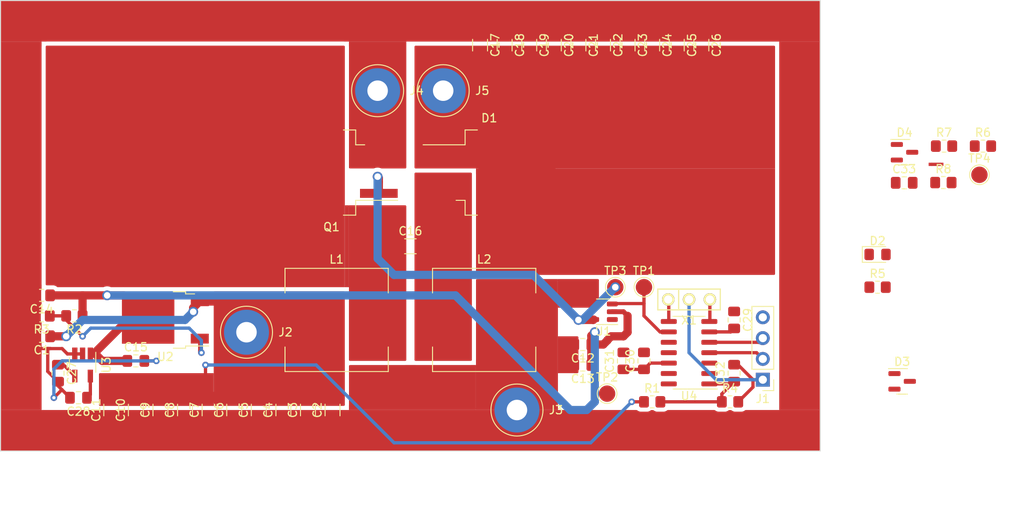
<source format=kicad_pcb>
(kicad_pcb (version 20220417) (generator pcbnew)
  (layers (0 "F.Cu" signal) (31 "B.Cu" signal) (34 "B.Paste" user) (35 "F.Paste" user) (36 "B.SilkS" user "B.Silkscreen") (37 "F.SilkS" user "F.Silkscreen") (38 "B.Mask" user) (39 "F.Mask" user) (44 "Edge.Cuts" user))
  (net 0 "")
  (net 1 "/SWITCH_PATH1")
  (net 2 "GND")
  (net 3 "+12V")
  (net 4 "Net-(U3-BP)")
  (net 5 "+3V3")
  (net 6 "Net-(U4-PA28/~{RST})")
  (net 7 "Net-(D2-A)")
  (net 8 "/V_IN_SCALE")
  (net 9 "/V_OUT_SCALE")
  (net 10 "/SWITCH_PATH2")
  (net 11 "/TELEMETRY_1")
  (net 12 "Net-(U2-ADJ)")
  (net 13 "/LED")
  (net 14 "/GATE")
  (net 17 "Net-(U4-PA30/SWCLK)")
  (net 18 "Net-(U4-PA31/SWDIO)")
  (net 20 "/TELEMETRY_2")
  (net 21 "/V_IN_FULL")
  (net 22 "/PWR_IN")
  (net 23 "/PWR_GND")
  (net 24 "/PWR_OUT")
  (net 25 "/V_OUT_FULL")
  (net 26 "/PWR_PATH1")
  (net 27 "/PWR_PATH2")
  (net 29 "Net-(R6-Pad2)")
  (footprint "Capacitor_SMD:C_0805_2012Metric_Pad1.18x1.45mm_HandSolder" (layer "F.Cu") (at 188.5 134 90)
    (fp_text reference "C30" (at 0 -1.68 90) (layer "F.SilkS"))
    (fp_text value "100n")
    (pad "1" smd roundrect (at -1.0375 0 90) (size 1.175 1.45) (layers "F.Cu" "F.Paste" "F.Mask") (roundrect_rratio 0.212766) (net 5 "+3V3"))
    (pad "2" smd roundrect (at 1.0375 0 90) (size 1.175 1.45) (layers "F.Cu" "F.Paste" "F.Mask") (roundrect_rratio 0.212766) (net 2 "GND"))
  )
  (footprint "Capacitor_SMD:C_1206_3216Metric_Pad1.33x1.80mm_HandSolder" (layer "F.Cu") (at 126.5 140 90)
    (fp_text reference "C10" (at 0 -1.85 90) (layer "F.SilkS"))
    (fp_text value "10u/50V")
    (pad "1" smd roundrect (at -1.5625 0 90) (size 1.325 1.8) (layers "F.Cu" "F.Paste" "F.Mask") (roundrect_rratio 0.188679) (net 23 "/PWR_GND"))
    (pad "2" smd roundrect (at 1.5625 0 90) (size 1.325 1.8) (layers "F.Cu" "F.Paste" "F.Mask") (roundrect_rratio 0.188679) (net 22 "/PWR_IN"))
  )
  (footprint "optimizer:NetTie 0.4 mm" (layer "F.Cu") (at 115.25 132.5 180)
    (fp_text reference "NT2" hide)
    (fp_text value "NetTie_2" hide)
    (fp_line (start -0.5 0) (end 0.5 0) (stroke (width 0.4)) (layer "F.Cu"))
    (pad "1" smd rect (at -0.7 0 180) (size 0.4 0.4) (layers "F.Cu") (net 2 "GND"))
    (pad "2" smd rect (at 0.7 0 180) (size 0.4 0.4) (layers "F.Cu") (net 23 "/PWR_GND"))
  )
  (footprint "Capacitor_SMD:C_1206_3216Metric_Pad1.33x1.80mm_HandSolder" (layer "F.Cu") (at 171.5 95.4375 -90)
    (fp_text reference "C18" (at 0 -1.85 -90) (layer "F.SilkS"))
    (fp_text value "10u/50V")
    (pad "1" smd roundrect (at -1.5625 0 270) (size 1.325 1.8) (layers "F.Cu" "F.Paste" "F.Mask") (roundrect_rratio 0.188679) (net 23 "/PWR_GND"))
    (pad "2" smd roundrect (at 1.5625 0 270) (size 1.325 1.8) (layers "F.Cu" "F.Paste" "F.Mask") (roundrect_rratio 0.188679) (net 24 "/PWR_OUT"))
  )
  (footprint "Resistor_SMD:R_0805_2012Metric_Pad1.20x1.40mm_HandSolder" (layer "F.Cu") (at 115 128.5 180)
    (fp_text reference "R3" (at 0 -1.65 180) (layer "F.SilkS"))
    (fp_text value "2k26")
    (pad "1" smd roundrect (at -1 0 180) (size 1.2 1.4) (layers "F.Cu" "F.Paste" "F.Mask") (roundrect_rratio 0.208333) (net 12 "Net-(U2-ADJ)"))
    (pad "2" smd roundrect (at 1 0 180) (size 1.2 1.4) (layers "F.Cu" "F.Paste" "F.Mask") (roundrect_rratio 0.208333) (net 23 "/PWR_GND"))
  )
  (footprint "Resistor_SMD:R_0805_2012Metric_Pad1.20x1.40mm_HandSolder" (layer "F.Cu") (at 229.86 107.77)
    (fp_text reference "R6" (at 0 -1.65) (layer "F.SilkS"))
    (fp_text value "4k5")
    (pad "1" smd roundrect (at -1 0) (size 1.2 1.4) (layers "F.Cu" "F.Paste" "F.Mask") (roundrect_rratio 0.208333) (net 25 "/V_OUT_FULL"))
    (pad "2" smd roundrect (at 1 0) (size 1.2 1.4) (layers "F.Cu" "F.Paste" "F.Mask") (roundrect_rratio 0.208333) (net 29 "Net-(R6-Pad2)"))
  )
  (footprint "Capacitor_SMD:C_0805_2012Metric_Pad1.18x1.45mm_HandSolder" (layer "F.Cu") (at 115 126 180)
    (fp_text reference "C14" (at 0 -1.68 180) (layer "F.SilkS"))
    (fp_text value "1u")
    (pad "1" smd roundrect (at -1.0375 0 180) (size 1.175 1.45) (layers "F.Cu" "F.Paste" "F.Mask") (roundrect_rratio 0.212766) (net 3 "+12V"))
    (pad "2" smd roundrect (at 1.0375 0 180) (size 1.175 1.45) (layers "F.Cu" "F.Paste" "F.Mask") (roundrect_rratio 0.212766) (net 23 "/PWR_GND"))
  )
  (footprint "Capacitor_SMD:C_0805_2012Metric_Pad1.18x1.45mm_HandSolder" (layer "F.Cu") (at 186 134 90)
    (fp_text reference "C31" (at 0 -1.68 90) (layer "F.SilkS"))
    (fp_text value "1u")
    (pad "1" smd roundrect (at -1.0375 0 90) (size 1.175 1.45) (layers "F.Cu" "F.Paste" "F.Mask") (roundrect_rratio 0.212766) (net 5 "+3V3"))
    (pad "2" smd roundrect (at 1.0375 0 90) (size 1.175 1.45) (layers "F.Cu" "F.Paste" "F.Mask") (roundrect_rratio 0.212766) (net 2 "GND"))
  )
  (footprint "Package_TO_SOT_SMD:TO-263-2_TabPin1" (layer "F.Cu") (at 169.625 111)
    (fp_text reference "D1" (at 0 -6.65) (layer "F.SilkS"))
    (fp_text value "DSS16-01AS")
    (pad "1" smd rect (at -5.775 -2.54) (size 4.6 1.1) (layers "F.Cu" "F.Paste" "F.Mask") (net 24 "/PWR_OUT"))
    (pad "1" smd rect (at 3.375 0) (size 9.4 10.8) (layers "F.Cu" "F.Mask") (net 24 "/PWR_OUT"))
    (pad "2" smd rect (at -5.775 2.54) (size 4.6 1.1) (layers "F.Cu" "F.Paste" "F.Mask") (net 27 "/PWR_PATH2"))
  )
  (footprint "Capacitor_SMD:C_1206_3216Metric_Pad1.33x1.80mm_HandSolder" (layer "F.Cu") (at 189.5 95.4375 -90)
    (fp_text reference "C24" (at 0 -1.85 -90) (layer "F.SilkS"))
    (fp_text value "10u/50V")
    (pad "1" smd roundrect (at -1.5625 0 270) (size 1.325 1.8) (layers "F.Cu" "F.Paste" "F.Mask") (roundrect_rratio 0.188679) (net 23 "/PWR_GND"))
    (pad "2" smd roundrect (at 1.5625 0 270) (size 1.325 1.8) (layers "F.Cu" "F.Paste" "F.Mask") (roundrect_rratio 0.188679) (net 24 "/PWR_OUT"))
  )
  (footprint "Package_TO_SOT_SMD:SOT-23" (layer "F.Cu") (at 220.29 108.52)
    (fp_text reference "D4" (at 0 -2.4) (layer "F.SilkS"))
    (fp_text value "BAT54S")
    (pad "1" smd roundrect (at -0.9375 -0.95) (size 1.475 0.6) (layers "F.Cu" "F.Paste" "F.Mask") (net 2 "GND"))
    (pad "2" smd roundrect (at -0.9375 0.95) (size 1.475 0.6) (layers "F.Cu" "F.Paste" "F.Mask") (net 5 "+3V3"))
    (pad "3" smd roundrect (at 0.9375 0) (size 1.475 0.6) (layers "F.Cu" "F.Paste" "F.Mask") (net 9 "/V_OUT_SCALE"))
  )
  (footprint "Capacitor_SMD:C_1206_3216Metric_Pad1.33x1.80mm_HandSolder" (layer "F.Cu") (at 192.5 95.4375 -90)
    (fp_text reference "C25" (at 0 -1.85 -90) (layer "F.SilkS"))
    (fp_text value "10u/50V")
    (pad "1" smd roundrect (at -1.5625 0 270) (size 1.325 1.8) (layers "F.Cu" "F.Paste" "F.Mask") (roundrect_rratio 0.188679) (net 23 "/PWR_GND"))
    (pad "2" smd roundrect (at 1.5625 0 270) (size 1.325 1.8) (layers "F.Cu" "F.Paste" "F.Mask") (roundrect_rratio 0.188679) (net 24 "/PWR_OUT"))
  )
  (footprint "TestPoint:TestPoint_Pad_D2.0mm" (layer "F.Cu") (at 229.43 111.27)
    (fp_text reference "TP4" (at 0 -1.998) (layer "F.SilkS"))
    (fp_text value "Voltage Sense")
    (pad "1" smd circle (at 0 0) (size 2 2) (layers "F.Cu" "F.Mask") (net 9 "/V_OUT_SCALE"))
  )
  (footprint "Capacitor_SMD:C_1206_3216Metric_Pad1.33x1.80mm_HandSolder" (layer "F.Cu") (at 144.5 140 90)
    (fp_text reference "C4" (at 0 -1.85 90) (layer "F.SilkS"))
    (fp_text value "10u/50V")
    (pad "1" smd roundrect (at -1.5625 0 90) (size 1.325 1.8) (layers "F.Cu" "F.Paste" "F.Mask") (roundrect_rratio 0.188679) (net 23 "/PWR_GND"))
    (pad "2" smd roundrect (at 1.5625 0 90) (size 1.325 1.8) (layers "F.Cu" "F.Paste" "F.Mask") (roundrect_rratio 0.188679) (net 22 "/PWR_IN"))
  )
  (footprint "Capacitor_SMD:C_1206_3216Metric_Pad1.33x1.80mm_HandSolder" (layer "F.Cu") (at 177.5 95.4375 -90)
    (fp_text reference "C20" (at 0 -1.85 -90) (layer "F.SilkS"))
    (fp_text value "10u/50V")
    (pad "1" smd roundrect (at -1.5625 0 270) (size 1.325 1.8) (layers "F.Cu" "F.Paste" "F.Mask") (roundrect_rratio 0.188679) (net 23 "/PWR_GND"))
    (pad "2" smd roundrect (at 1.5625 0 270) (size 1.325 1.8) (layers "F.Cu" "F.Paste" "F.Mask") (roundrect_rratio 0.188679) (net 24 "/PWR_OUT"))
  )
  (footprint "Resistor_SMD:R_0805_2012Metric_Pad1.20x1.40mm_HandSolder" (layer "F.Cu") (at 119 128.5 180)
    (fp_text reference "R2" (at 0 -1.65 180) (layer "F.SilkS"))
    (fp_text value "270R")
    (pad "1" smd roundrect (at -1 0 180) (size 1.2 1.4) (layers "F.Cu" "F.Paste" "F.Mask") (roundrect_rratio 0.208333) (net 3 "+12V"))
    (pad "2" smd roundrect (at 1 0 180) (size 1.2 1.4) (layers "F.Cu" "F.Paste" "F.Mask") (roundrect_rratio 0.208333) (net 12 "Net-(U2-ADJ)"))
  )
  (footprint "Capacitor_SMD:C_0805_2012Metric_Pad1.18x1.45mm_HandSolder" (layer "F.Cu") (at 199.5 129 -90)
    (fp_text reference "C29" (at 0 -1.68 -90) (layer "F.SilkS"))
    (fp_text value "100n")
    (pad "1" smd roundrect (at -1.0375 0 270) (size 1.175 1.45) (layers "F.Cu" "F.Paste" "F.Mask") (roundrect_rratio 0.212766) (net 2 "GND"))
    (pad "2" smd roundrect (at 1.0375 0 270) (size 1.175 1.45) (layers "F.Cu" "F.Paste" "F.Mask") (roundrect_rratio 0.212766) (net 6 "Net-(U4-PA28/~{RST})"))
  )
  (footprint "optimizer:NetTie 0.4 mm" (layer "F.Cu") (at 224.135 109.995)
    (fp_text reference "NT4" hide)
    (fp_text value "NetTie_2" hide)
    (fp_line (start -0.5 0) (end 0.5 0) (stroke (width 0.4)) (layer "F.Cu"))
    (pad "1" smd rect (at -0.7 0) (size 0.4 0.4) (layers "F.Cu") (net 24 "/PWR_OUT"))
    (pad "2" smd rect (at 0.7 0) (size 0.4 0.4) (layers "F.Cu") (net 25 "/V_OUT_FULL"))
  )
  (footprint "Capacitor_SMD:C_1206_3216Metric_Pad1.33x1.80mm_HandSolder" (layer "F.Cu") (at 135.5 140 90)
    (fp_text reference "C7" (at 0 -1.85 90) (layer "F.SilkS"))
    (fp_text value "10u/50V")
    (pad "1" smd roundrect (at -1.5625 0 90) (size 1.325 1.8) (layers "F.Cu" "F.Paste" "F.Mask") (roundrect_rratio 0.188679) (net 23 "/PWR_GND"))
    (pad "2" smd roundrect (at 1.5625 0 90) (size 1.325 1.8) (layers "F.Cu" "F.Paste" "F.Mask") (roundrect_rratio 0.188679) (net 22 "/PWR_IN"))
  )
  (footprint "Resistor_SMD:R_0805_2012Metric_Pad1.20x1.40mm_HandSolder" (layer "F.Cu") (at 217 125)
    (fp_text reference "R5" (at 0 -1.65) (layer "F.SilkS"))
    (fp_text value "270R")
    (pad "1" smd roundrect (at -1 0) (size 1.2 1.4) (layers "F.Cu" "F.Paste" "F.Mask") (roundrect_rratio 0.208333) (net 13 "/LED"))
    (pad "2" smd roundrect (at 1 0) (size 1.2 1.4) (layers "F.Cu" "F.Paste" "F.Mask") (roundrect_rratio 0.208333) (net 7 "Net-(D2-A)"))
  )
  (footprint "optimizer:Wire 4mm2" (layer "F.Cu") (at 164 101)
    (fp_text reference "J5" (at 3.81 0 unlocked) (layer "F.SilkS") (effects (justify left)))
    (fp_text value "OUT+")
    (pad "1" thru_hole circle (at 0 0) (size 5.5 5.5) (drill 2.5) (layers *.Cu *.Mask) (net 24 "/PWR_OUT"))
  )
  (footprint "Capacitor_SMD:C_0805_2012Metric_Pad1.18x1.45mm_HandSolder" (layer "F.Cu") (at 199.5 135.5 90)
    (fp_text reference "C32" (at 0 -1.68 90) (layer "F.SilkS"))
    (fp_text value "100n")
    (pad "1" smd roundrect (at -1.0375 0 90) (size 1.175 1.45) (layers "F.Cu" "F.Paste" "F.Mask") (roundrect_rratio 0.212766) (net 8 "/V_IN_SCALE"))
    (pad "2" smd roundrect (at 1.0375 0 90) (size 1.175 1.45) (layers "F.Cu" "F.Paste" "F.Mask") (roundrect_rratio 0.212766) (net 2 "GND"))
  )
  (footprint "LED_SMD:LED_0805_2012Metric_Pad1.15x1.40mm_HandSolder" (layer "F.Cu") (at 217 121)
    (fp_text reference "D2" (at 0 -1.65) (layer "F.SilkS"))
    (fp_text value "LED")
    (pad "1" smd roundrect (at -1.025 0) (size 1.15 1.4) (layers "F.Cu" "F.Paste" "F.Mask") (roundrect_rratio 0.217391) (net 2 "GND"))
    (pad "2" smd roundrect (at 1.025 0) (size 1.15 1.4) (layers "F.Cu" "F.Paste" "F.Mask") (roundrect_rratio 0.217391) (net 7 "Net-(D2-A)"))
  )
  (footprint "Capacitor_SMD:C_1206_3216Metric_Pad1.33x1.80mm_HandSolder" (layer "F.Cu") (at 138.5 140 90)
    (fp_text reference "C6" (at 0 -1.85 90) (layer "F.SilkS"))
    (fp_text value "10u/50V")
    (pad "1" smd roundrect (at -1.5625 0 90) (size 1.325 1.8) (layers "F.Cu" "F.Paste" "F.Mask") (roundrect_rratio 0.188679) (net 23 "/PWR_GND"))
    (pad "2" smd roundrect (at 1.5625 0 90) (size 1.325 1.8) (layers "F.Cu" "F.Paste" "F.Mask") (roundrect_rratio 0.188679) (net 22 "/PWR_IN"))
  )
  (footprint "Drake:SWD" (layer "F.Cu") (at 194 126.5)
    (fp_text reference "X1" (at 0 2.54) (layer "F.SilkS"))
    (fp_text value "SWD")
    (pad "1" thru_hole circle locked (at -2.54 0) (size 1.524 1.524) (drill 1.016) (layers *.Cu *.Mask "F.SilkS") (net 18 "Net-(U4-PA31/SWDIO)"))
    (pad "2" thru_hole circle locked (at 0 0) (size 1.524 1.524) (drill 1.016) (layers *.Cu *.Mask "F.SilkS") (net 2 "GND"))
    (pad "3" thru_hole circle locked (at 2.54 0) (size 1.524 1.524) (drill 1.016) (layers *.Cu *.Mask "F.SilkS") (net 17 "Net-(U4-PA30/SWCLK)"))
  )
  (footprint "Capacitor_SMD:C_1206_3216Metric_Pad1.33x1.80mm_HandSolder" (layer "F.Cu") (at 195.5 95.4375 -90)
    (fp_text reference "C26" (at 0 -1.85 -90) (layer "F.SilkS"))
    (fp_text value "10u/50V")
    (pad "1" smd roundrect (at -1.5625 0 270) (size 1.325 1.8) (layers "F.Cu" "F.Paste" "F.Mask") (roundrect_rratio 0.188679) (net 23 "/PWR_GND"))
    (pad "2" smd roundrect (at 1.5625 0 270) (size 1.325 1.8) (layers "F.Cu" "F.Paste" "F.Mask") (roundrect_rratio 0.188679) (net 24 "/PWR_OUT"))
  )
  (footprint "Capacitor_SMD:C_0805_2012Metric_Pad1.18x1.45mm_HandSolder" (layer "F.Cu") (at 119.5 138.5 180)
    (fp_text reference "C28" (at 0 -1.68 180) (layer "F.SilkS"))
    (fp_text value "1u")
    (pad "1" smd roundrect (at -1.0375 0 180) (size 1.175 1.45) (layers "F.Cu" "F.Paste" "F.Mask") (roundrect_rratio 0.212766) (net 5 "+3V3"))
    (pad "2" smd roundrect (at 1.0375 0 180) (size 1.175 1.45) (layers "F.Cu" "F.Paste" "F.Mask") (roundrect_rratio 0.212766) (net 2 "GND"))
  )
  (footprint "optimizer:NetTie 1 mm" (layer "F.Cu") (at 135.75 126.75 180)
    (fp_text reference "NT1" hide)
    (fp_text value "NetTie_2" hide)
    (fp_line (start -0.5 0) (end 0.5 0) (stroke (width 1)) (layer "F.Cu"))
    (pad "1" smd rect (at -1 0 180) (size 1 1) (layers "F.Cu") (net 22 "/PWR_IN"))
    (pad "2" smd rect (at 1 0 180) (size 1 1) (layers "F.Cu") (net 1 "/SWITCH_PATH1"))
  )
  (footprint "Package_TO_SOT_SMD:TO-252-2" (layer "F.Cu") (at 130.1 129 180)
    (fp_text reference "U2" (at 0 -4.5 180) (layer "F.SilkS"))
    (fp_text value "LM317_TO-252")
    (pad "1" smd rect (at -4.2 -2.28 180) (size 2.2 1.2) (layers "F.Cu" "F.Paste" "F.Mask") (net 12 "Net-(U2-ADJ)"))
    (pad "2" smd rect (at 2.1 0 180) (size 6.4 5.8) (layers "F.Cu" "F.Mask") (net 3 "+12V"))
    (pad "3" smd rect (at -4.2 2.28 180) (size 2.2 1.2) (layers "F.Cu" "F.Paste" "F.Mask") (net 1 "/SWITCH_PATH1"))
  )
  (footprint "Capacitor_SMD:C_1206_3216Metric_Pad1.33x1.80mm_HandSolder" (layer "F.Cu") (at 147.5 140 90)
    (fp_text reference "C3" (at 0 -1.85 90) (layer "F.SilkS"))
    (fp_text value "10u/50V")
    (pad "1" smd roundrect (at -1.5625 0 90) (size 1.325 1.8) (layers "F.Cu" "F.Paste" "F.Mask") (roundrect_rratio 0.188679) (net 23 "/PWR_GND"))
    (pad "2" smd roundrect (at 1.5625 0 90) (size 1.325 1.8) (layers "F.Cu" "F.Paste" "F.Mask") (roundrect_rratio 0.188679) (net 22 "/PWR_IN"))
  )
  (footprint "Capacitor_SMD:C_0805_2012Metric_Pad1.18x1.45mm_HandSolder" (layer "F.Cu") (at 220.25 112.25)
    (fp_text reference "C33" (at 0 -1.68) (layer "F.SilkS"))
    (fp_text value "100n")
    (pad "1" smd roundrect (at -1.0375 0) (size 1.175 1.45) (layers "F.Cu" "F.Paste" "F.Mask") (roundrect_rratio 0.212766) (net 9 "/V_OUT_SCALE"))
    (pad "2" smd roundrect (at 1.0375 0) (size 1.175 1.45) (layers "F.Cu" "F.Paste" "F.Mask") (roundrect_rratio 0.212766) (net 2 "GND"))
  )
  (footprint "Capacitor_SMD:C_0805_2012Metric_Pad1.18x1.45mm_HandSolder" (layer "F.Cu") (at 115 131 180)
    (fp_text reference "C1" (at 0 -1.68 180) (layer "F.SilkS"))
    (fp_text value "100n")
    (pad "1" smd roundrect (at -1.0375 0 180) (size 1.175 1.45) (layers "F.Cu" "F.Paste" "F.Mask") (roundrect_rratio 0.212766) (net 1 "/SWITCH_PATH1"))
    (pad "2" smd roundrect (at 1.0375 0 180) (size 1.175 1.45) (layers "F.Cu" "F.Paste" "F.Mask") (roundrect_rratio 0.212766) (net 23 "/PWR_GND"))
  )
  (footprint "Inductor_SMD:L_12x12mm_H8mm" (layer "F.Cu") (at 151 129)
    (fp_text reference "L1" (at 0 -7.4) (layer "F.SilkS"))
    (fp_text value "1uH/14A")
    (pad "1" smd rect (at -4.95 0) (size 2.9 5.4) (layers "F.Cu" "F.Paste" "F.Mask") (net 22 "/PWR_IN"))
    (pad "2" smd rect (at 4.95 0) (size 2.9 5.4) (layers "F.Cu" "F.Paste" "F.Mask") (net 26 "/PWR_PATH1"))
  )
  (footprint "Capacitor_SMD:C_1206_3216Metric_Pad1.33x1.80mm_HandSolder" (layer "F.Cu") (at 132.5 140 90)
    (fp_text reference "C8" (at 0 -1.85 90) (layer "F.SilkS"))
    (fp_text value "10u/50V")
    (pad "1" smd roundrect (at -1.5625 0 90) (size 1.325 1.8) (layers "F.Cu" "F.Paste" "F.Mask") (roundrect_rratio 0.188679) (net 23 "/PWR_GND"))
    (pad "2" smd roundrect (at 1.5625 0 90) (size 1.325 1.8) (layers "F.Cu" "F.Paste" "F.Mask") (roundrect_rratio 0.188679) (net 22 "/PWR_IN"))
  )
  (footprint "Capacitor_SMD:C_1206_3216Metric_Pad1.33x1.80mm_HandSolder" (layer "F.Cu") (at 186.5 95.4375 -90)
    (fp_text reference "C23" (at 0 -1.85 -90) (layer "F.SilkS"))
    (fp_text value "10u/50V")
    (pad "1" smd roundrect (at -1.5625 0 270) (size 1.325 1.8) (layers "F.Cu" "F.Paste" "F.Mask") (roundrect_rratio 0.188679) (net 23 "/PWR_GND"))
    (pad "2" smd roundrect (at 1.5625 0 270) (size 1.325 1.8) (layers "F.Cu" "F.Paste" "F.Mask") (roundrect_rratio 0.188679) (net 24 "/PWR_OUT"))
  )
  (footprint "optimizer:Wire 4mm2" (layer "F.Cu") (at 140 130.5)
    (fp_text reference "J2" (at 3.81 0 unlocked) (layer "F.SilkS") (effects (justify left)))
    (fp_text value "IN+")
    (pad "1" thru_hole circle (at 0 0) (size 5.5 5.5) (drill 2.5) (layers *.Cu *.Mask) (net 22 "/PWR_IN"))
  )
  (footprint "Capacitor_SMD:C_0805_2012Metric_Pad1.18x1.45mm_HandSolder" (layer "F.Cu") (at 181.0375 134.5 180)
    (fp_text reference "C13" (at 0 -1.68 180) (layer "F.SilkS"))
    (fp_text value "1u")
    (pad "1" smd roundrect (at -1.0375 0 180) (size 1.175 1.45) (layers "F.Cu" "F.Paste" "F.Mask") (roundrect_rratio 0.212766) (net 3 "+12V"))
    (pad "2" smd roundrect (at 1.0375 0 180) (size 1.175 1.45) (layers "F.Cu" "F.Paste" "F.Mask") (roundrect_rratio 0.212766) (net 23 "/PWR_GND"))
  )
  (footprint "TestPoint:TestPoint_Pad_D2.0mm" (layer "F.Cu") (at 185 125)
    (fp_text reference "TP3" (at 0 -1.998) (layer "F.SilkS"))
    (fp_text value "Gate Pwr")
    (pad "1" smd circle (at 0 0) (size 2 2) (layers "F.Cu" "F.Mask") (net 10 "/SWITCH_PATH2"))
  )
  (footprint "Resistor_SMD:R_0805_2012Metric_Pad1.20x1.40mm_HandSolder" (layer "F.Cu") (at 225.11 107.77)
    (fp_text reference "R7" (at 0 -1.65) (layer "F.SilkS"))
    (fp_text value "4k5")
    (pad "1" smd roundrect (at -1 0) (size 1.2 1.4) (layers "F.Cu" "F.Paste" "F.Mask") (roundrect_rratio 0.208333) (net 29 "Net-(R6-Pad2)"))
    (pad "2" smd roundrect (at 1 0) (size 1.2 1.4) (layers "F.Cu" "F.Paste" "F.Mask") (roundrect_rratio 0.208333) (net 9 "/V_OUT_SCALE"))
  )
  (footprint "Capacitor_SMD:C_1206_3216Metric_Pad1.33x1.80mm_HandSolder" (layer "F.Cu") (at 168.5 95.4375 -90)
    (fp_text reference "C17" (at 0 -1.85 -90) (layer "F.SilkS"))
    (fp_text value "10u/50V")
    (pad "1" smd roundrect (at -1.5625 0 270) (size 1.325 1.8) (layers "F.Cu" "F.Paste" "F.Mask") (roundrect_rratio 0.188679) (net 23 "/PWR_GND"))
    (pad "2" smd roundrect (at 1.5625 0 270) (size 1.325 1.8) (layers "F.Cu" "F.Paste" "F.Mask") (roundrect_rratio 0.188679) (net 24 "/PWR_OUT"))
  )
  (footprint "Inductor_SMD:L_12x12mm_H8mm" (layer "F.Cu") (at 169 129)
    (fp_text reference "L2" (at 0 -7.4) (layer "F.SilkS"))
    (fp_text value "1uH/14A")
    (pad "1" smd rect (at -4.95 0) (size 2.9 5.4) (layers "F.Cu" "F.Paste" "F.Mask") (net 27 "/PWR_PATH2"))
    (pad "2" smd rect (at 4.95 0) (size 2.9 5.4) (layers "F.Cu" "F.Paste" "F.Mask") (net 23 "/PWR_GND"))
  )
  (footprint "Capacitor_SMD:C_0805_2012Metric_Pad1.18x1.45mm_HandSolder" (layer "F.Cu") (at 126.5 134)
    (fp_text reference "C15" (at 0 -1.68) (layer "F.SilkS"))
    (fp_text value "1u")
    (pad "1" smd roundrect (at -1.0375 0) (size 1.175 1.45) (layers "F.Cu" "F.Paste" "F.Mask") (roundrect_rratio 0.212766) (net 3 "+12V"))
    (pad "2" smd roundrect (at 1.0375 0) (size 1.175 1.45) (layers "F.Cu" "F.Paste" "F.Mask") (roundrect_rratio 0.212766) (net 2 "GND"))
  )
  (footprint "Package_TO_SOT_SMD:SOT-23" (layer "F.Cu") (at 220 136.5)
    (fp_text reference "D3" (at 0 -2.4) (layer "F.SilkS"))
    (fp_text value "BAT54S")
    (pad "1" smd roundrect (at -0.9375 -0.95) (size 1.475 0.6) (layers "F.Cu" "F.Paste" "F.Mask") (net 2 "GND"))
    (pad "2" smd roundrect (at -0.9375 0.95) (size 1.475 0.6) (layers "F.Cu" "F.Paste" "F.Mask") (net 5 "+3V3"))
    (pad "3" smd roundrect (at 0.9375 0) (size 1.475 0.6) (layers "F.Cu" "F.Paste" "F.Mask") (net 8 "/V_IN_SCALE"))
  )
  (footprint "Package_TO_SOT_SMD:SOT-23-5" (layer "F.Cu") (at 183.5 128 180)
    (fp_text reference "U1" (at 0 -2.4 180) (layer "F.SilkS"))
    (fp_text value "MCP1416")
    (pad "1" smd roundrect (at -1.1375 -0.95 180) (size 1.325 0.6) (layers "F.Cu" "F.Paste" "F.Mask"))
    (pad "2" smd roundrect (at -1.1375 0 180) (size 1.325 0.6) (layers "F.Cu" "F.Paste" "F.Mask") (net 3 "+12V"))
    (pad "3" smd roundrect (at -1.1375 0.95 180) (size 1.325 0.6) (layers "F.Cu" "F.Paste" "F.Mask") (net 14 "/GATE"))
    (pad "4" smd roundrect (at 1.1375 0.95 180) (size 1.325 0.6) (layers "F.Cu" "F.Paste" "F.Mask") (net 23 "/PWR_GND"))
    (pad "5" smd roundrect (at 1.1375 -0.95 180) (size 1.325 0.6) (layers "F.Cu" "F.Paste" "F.Mask") (net 10 "/SWITCH_PATH2"))
  )
  (footprint "Capacitor_SMD:C_1206_3216Metric_Pad1.33x1.80mm_HandSolder" (layer "F.Cu") (at 180.5 95.4375 -90)
    (fp_text reference "C21" (at 0 -1.85 -90) (layer "F.SilkS"))
    (fp_text value "10u/50V")
    (pad "1" smd roundrect (at -1.5625 0 270) (size 1.325 1.8) (layers "F.Cu" "F.Paste" "F.Mask") (roundrect_rratio 0.188679) (net 23 "/PWR_GND"))
    (pad "2" smd roundrect (at 1.5625 0 270) (size 1.325 1.8) (layers "F.Cu" "F.Paste" "F.Mask") (roundrect_rratio 0.188679) (net 24 "/PWR_OUT"))
  )
  (footprint "Capacitor_SMD:C_1206_3216Metric_Pad1.33x1.80mm_HandSolder" (layer "F.Cu") (at 183.5 95.4375 -90)
    (fp_text reference "C22" (at 0 -1.85 -90) (layer "F.SilkS"))
    (fp_text value "10u/50V")
    (pad "1" smd roundrect (at -1.5625 0 270) (size 1.325 1.8) (layers "F.Cu" "F.Paste" "F.Mask") (roundrect_rratio 0.188679) (net 23 "/PWR_GND"))
    (pad "2" smd roundrect (at 1.5625 0 270) (size 1.325 1.8) (layers "F.Cu" "F.Paste" "F.Mask") (roundrect_rratio 0.188679) (net 24 "/PWR_OUT"))
  )
  (footprint "Capacitor_SMD:C_0805_2012Metric_Pad1.18x1.45mm_HandSolder" (layer "F.Cu") (at 181.0375 132 180)
    (fp_text reference "C12" (at 0 -1.68 180) (layer "F.SilkS"))
    (fp_text value "100n")
    (pad "1" smd roundrect (at -1.0375 0 180) (size 1.175 1.45) (layers "F.Cu" "F.Paste" "F.Mask") (roundrect_rratio 0.212766) (net 3 "+12V"))
    (pad "2" smd roundrect (at 1.0375 0 180) (size 1.175 1.45) (layers "F.Cu" "F.Paste" "F.Mask") (roundrect_rratio 0.212766) (net 23 "/PWR_GND"))
  )
  (footprint "TestPoint:TestPoint_Pad_D2.0mm" (layer "F.Cu") (at 184 138)
    (fp_text reference "TP2" (at 0 -1.998) (layer "F.SilkS"))
    (fp_text value "Voltage Sense")
    (pad "1" smd circle (at 0 0) (size 2 2) (layers "F.Cu" "F.Mask") (net 8 "/V_IN_SCALE"))
  )
  (footprint "Resistor_SMD:R_0805_2012Metric_Pad1.20x1.40mm_HandSolder" (layer "F.Cu") (at 225.03 112.22)
    (fp_text reference "R8" (at 0 -1.65) (layer "F.SilkS"))
    (fp_text value "270R")
    (pad "1" smd roundrect (at -1 0) (size 1.2 1.4) (layers "F.Cu" "F.Paste" "F.Mask") (roundrect_rratio 0.208333) (net 9 "/V_OUT_SCALE"))
    (pad "2" smd roundrect (at 1 0) (size 1.2 1.4) (layers "F.Cu" "F.Paste" "F.Mask") (roundrect_rratio 0.208333) (net 2 "GND"))
  )
  (footprint "Package_SO:SOIC-14_3.9x8.7mm_P1.27mm" (layer "F.Cu") (at 194 133 180)
    (fp_text reference "U4" (at 0 -5.28 180) (layer "F.SilkS"))
    (fp_text value "ATSAMD09C13A-SS")
    (pad "1" smd roundrect (at -2.475 -3.81 180) (size 1.95 0.6) (layers "F.Cu" "F.Paste" "F.Mask"))
    (pad "2" smd roundrect (at -2.475 -2.54 180) (size 1.95 0.6) (layers "F.Cu" "F.Paste" "F.Mask") (net 13 "/LED"))
    (pad "3" smd roundrect (at -2.475 -1.27 180) (size 1.95 0.6) (layers "F.Cu" "F.Paste" "F.Mask"))
    (pad "4" smd roundrect (at -2.475 0 180) (size 1.95 0.6) (layers "F.Cu" "F.Paste" "F.Mask") (net 11 "/TELEMETRY_1"))
    (pad "5" smd roundrect (at -2.475 1.27 180) (size 1.95 0.6) (layers "F.Cu" "F.Paste" "F.Mask") (net 20 "/TELEMETRY_2"))
    (pad "6" smd roundrect (at -2.475 2.54 180) (size 1.95 0.6) (layers "F.Cu" "F.Paste" "F.Mask") (net 6 "Net-(U4-PA28/~{RST})"))
    (pad "7" smd roundrect (at -2.475 3.81 180) (size 1.95 0.6) (layers "F.Cu" "F.Paste" "F.Mask") (net 17 "Net-(U4-PA30/SWCLK)"))
    (pad "8" smd roundrect (at 2.475 3.81 180) (size 1.95 0.6) (layers "F.Cu" "F.Paste" "F.Mask") (net 18 "Net-(U4-PA31/SWDIO)"))
    (pad "9" smd roundrect (at 2.475 2.54 180) (size 1.95 0.6) (layers "F.Cu" "F.Paste" "F.Mask") (net 14 "/GATE"))
    (pad "10" smd roundrect (at 2.475 1.27 180) (size 1.95 0.6) (layers "F.Cu" "F.Paste" "F.Mask"))
    (pad "11" smd roundrect (at 2.475 0 180) (size 1.95 0.6) (layers "F.Cu" "F.Paste" "F.Mask") (net 2 "GND"))
    (pad "12" smd roundrect (at 2.475 -1.27 180) (size 1.95 0.6) (layers "F.Cu" "F.Paste" "F.Mask") (net 5 "+3V3"))
    (pad "13" smd roundrect (at 2.475 -2.54 180) (size 1.95 0.6) (layers "F.Cu" "F.Paste" "F.Mask") (net 8 "/V_IN_SCALE"))
    (pad "14" smd roundrect (at 2.475 -3.81 180) (size 1.95 0.6) (layers "F.Cu" "F.Paste" "F.Mask") (net 9 "/V_OUT_SCALE"))
  )
  (footprint "Capacitor_SMD:C_1206_3216Metric_Pad1.33x1.80mm_HandSolder" (layer "F.Cu") (at 123.5 140 90)
    (fp_text reference "C11" (at 0 -1.85 90) (layer "F.SilkS"))
    (fp_text value "10u/50V")
    (pad "1" smd roundrect (at -1.5625 0 90) (size 1.325 1.8) (layers "F.Cu" "F.Paste" "F.Mask") (roundrect_rratio 0.188679) (net 23 "/PWR_GND"))
    (pad "2" smd roundrect (at 1.5625 0 90) (size 1.325 1.8) (layers "F.Cu" "F.Paste" "F.Mask") (roundrect_rratio 0.188679) (net 22 "/PWR_IN"))
  )
  (footprint "Capacitor_SMD:C_1206_3216Metric_Pad1.33x1.80mm_HandSolder" (layer "F.Cu") (at 141.5 140 90)
    (fp_text reference "C5" (at 0 -1.85 90) (layer "F.SilkS"))
    (fp_text value "10u/50V")
    (pad "1" smd roundrect (at -1.5625 0 90) (size 1.325 1.8) (layers "F.Cu" "F.Paste" "F.Mask") (roundrect_rratio 0.188679) (net 23 "/PWR_GND"))
    (pad "2" smd roundrect (at 1.5625 0 90) (size 1.325 1.8) (layers "F.Cu" "F.Paste" "F.Mask") (roundrect_rratio 0.188679) (net 22 "/PWR_IN"))
  )
  (footprint "Capacitor_SMD:C_0805_2012Metric_Pad1.18x1.45mm_HandSolder" (layer "F.Cu") (at 117 135.5 -90)
    (fp_text reference "C27" (at 0 -1.68 -90) (layer "F.SilkS"))
    (fp_text value "22n")
    (pad "1" smd roundrect (at -1.0375 0 270) (size 1.175 1.45) (layers "F.Cu" "F.Paste" "F.Mask") (roundrect_rratio 0.212766) (net 4 "Net-(U3-BP)"))
    (pad "2" smd roundrect (at 1.0375 0 270) (size 1.175 1.45) (layers "F.Cu" "F.Paste" "F.Mask") (roundrect_rratio 0.212766) (net 2 "GND"))
  )
  (footprint "optimizer:NetTie 0.4 mm" (layer "F.Cu") (at 135 135.25 90)
    (fp_text reference "NT3" hide)
    (fp_text value "NetTie_2" hide)
    (fp_line (start -0.5 0) (end 0.5 0) (stroke (width 0.4)) (layer "F.Cu"))
    (pad "1" smd rect (at -0.7 0 90) (size 0.4 0.4) (layers "F.Cu") (net 22 "/PWR_IN"))
    (pad "2" smd rect (at 0.7 0 90) (size 0.4 0.4) (layers "F.Cu") (net 21 "/V_IN_FULL"))
  )
  (footprint "Package_TO_SOT_SMD:TO-263-2" (layer "F.Cu") (at 150.375 111 180)
    (fp_text reference "Q1" (at 0 -6.65 180) (layer "F.SilkS"))
    (fp_text value "AOB2500L")
    (pad "1" smd rect (at -5.775 -2.54 180) (size 4.6 1.1) (layers "F.Cu" "F.Paste" "F.Mask") (net 10 "/SWITCH_PATH2"))
    (pad "2" smd rect (at 3.375 0 180) (size 9.4 10.8) (layers "F.Cu" "F.Mask") (net 26 "/PWR_PATH1"))
    (pad "3" smd rect (at -5.775 2.54 180) (size 4.6 1.1) (layers "F.Cu" "F.Paste" "F.Mask") (net 23 "/PWR_GND"))
  )
  (footprint "Capacitor_SMD:C_1206_3216Metric_Pad1.33x1.80mm_HandSolder" (layer "F.Cu") (at 160 120)
    (fp_text reference "C16" (at 0 -1.85) (layer "F.SilkS"))
    (fp_text value "10u/50V")
    (pad "1" smd roundrect (at -1.5625 0) (size 1.325 1.8) (layers "F.Cu" "F.Paste" "F.Mask") (roundrect_rratio 0.188679) (net 26 "/PWR_PATH1"))
    (pad "2" smd roundrect (at 1.5625 0) (size 1.325 1.8) (layers "F.Cu" "F.Paste" "F.Mask") (roundrect_rratio 0.188679) (net 27 "/PWR_PATH2"))
  )
  (footprint "Capacitor_SMD:C_1206_3216Metric_Pad1.33x1.80mm_HandSolder" (layer "F.Cu") (at 174.5 95.4375 -90)
    (fp_text reference "C19" (at 0 -1.85 -90) (layer "F.SilkS"))
    (fp_text value "10u/50V")
    (pad "1" smd roundrect (at -1.5625 0 270) (size 1.325 1.8) (layers "F.Cu" "F.Paste" "F.Mask") (roundrect_rratio 0.188679) (net 23 "/PWR_GND"))
    (pad "2" smd roundrect (at 1.5625 0 270) (size 1.325 1.8) (layers "F.Cu" "F.Paste" "F.Mask") (roundrect_rratio 0.188679) (net 24 "/PWR_OUT"))
  )
  (footprint "Package_TO_SOT_SMD:SOT-23-5_HandSoldering" (layer "F.Cu") (at 120 134.5 -90)
    (fp_text reference "U3" (at 0 -2.9 -90) (layer "F.SilkS"))
    (fp_text value "RT9193")
    (pad "1" smd rect (at -1.35 -0.95 270) (size 1.56 0.65) (layers "F.Cu" "F.Paste" "F.Mask") (net 3 "+12V"))
    (pad "2" smd rect (at -1.35 0 270) (size 1.56 0.65) (layers "F.Cu" "F.Paste" "F.Mask") (net 2 "GND"))
    (pad "3" smd rect (at -1.35 0.95 270) (size 1.56 0.65) (layers "F.Cu" "F.Paste" "F.Mask") (net 2 "GND"))
    (pad "4" smd rect (at 1.35 0.95 270) (size 1.56 0.65) (layers "F.Cu" "F.Paste" "F.Mask") (net 4 "Net-(U3-BP)"))
    (pad "5" smd rect (at 1.35 -0.95 270) (size 1.56 0.65) (layers "F.Cu" "F.Paste" "F.Mask") (net 5 "+3V3"))
  )
  (footprint "Resistor_SMD:R_0805_2012Metric_Pad1.20x1.40mm_HandSolder" (layer "F.Cu") (at 199 139)
    (fp_text reference "R4" (at 0 -1.65) (layer "F.SilkS"))
    (fp_text value "270R")
    (pad "1" smd roundrect (at -1 0) (size 1.2 1.4) (layers "F.Cu" "F.Paste" "F.Mask") (roundrect_rratio 0.208333) (net 8 "/V_IN_SCALE"))
    (pad "2" smd roundrect (at 1 0) (size 1.2 1.4) (layers "F.Cu" "F.Paste" "F.Mask") (roundrect_rratio 0.208333) (net 2 "GND"))
  )
  (footprint "optimizer:Wire 4mm2" (layer "F.Cu") (at 156 101)
    (fp_text reference "J4" (at 3.81 0 unlocked) (layer "F.SilkS") (effects (justify left)))
    (fp_text value "OUT-")
    (pad "1" thru_hole circle (at 0 0) (size 5.5 5.5) (drill 2.5) (layers *.Cu *.Mask) (net 23 "/PWR_GND"))
  )
  (footprint "Resistor_SMD:R_0805_2012Metric_Pad1.20x1.40mm_HandSolder" (layer "F.Cu") (at 189.5 139)
    (fp_text reference "R1" (at 0 -1.65) (layer "F.SilkS"))
    (fp_text value "4k5")
    (pad "1" smd roundrect (at -1 0) (size 1.2 1.4) (layers "F.Cu" "F.Paste" "F.Mask") (roundrect_rratio 0.208333) (net 21 "/V_IN_FULL"))
    (pad "2" smd roundrect (at 1 0) (size 1.2 1.4) (layers "F.Cu" "F.Paste" "F.Mask") (roundrect_rratio 0.208333) (net 8 "/V_IN_SCALE"))
  )
  (footprint "Connector_PinHeader_2.54mm:PinHeader_1x04_P2.54mm_Vertical" (layer "F.Cu") (at 203 136.3 180)
    (fp_text reference "J1" (at 0 -2.33 180) (layer "F.SilkS"))
    (fp_text value "Telemetry")
    (pad "1" thru_hole rect (at 0 0 180) (size 1.7 1.7) (drill 1) (layers *.Cu *.Mask) (net 2 "GND"))
    (pad "2" thru_hole oval (at 0 2.54 180) (size 1.7 1.7) (drill 1) (layers *.Cu *.Mask) (net 11 "/TELEMETRY_1"))
    (pad "3" thru_hole oval (at 0 5.08 180) (size 1.7 1.7) (drill 1) (layers *.Cu *.Mask) (net 20 "/TELEMETRY_2"))
    (pad "4" thru_hole oval (at 0 7.62 180) (size 1.7 1.7) (drill 1) (layers *.Cu *.Mask) (net 5 "+3V3"))
  )
  (footprint "TestPoint:TestPoint_Pad_D2.0mm" (layer "F.Cu") (at 188.5 125)
    (fp_text reference "TP1" (at 0 -1.998) (layer "F.SilkS"))
    (fp_text value "Gate Log")
    (pad "1" smd circle (at 0 0) (size 2 2) (layers "F.Cu" "F.Mask") (net 14 "/GATE"))
  )
  (footprint "Capacitor_SMD:C_1206_3216Metric_Pad1.33x1.80mm_HandSolder" (layer "F.Cu") (at 150.5 140 90)
    (fp_text reference "C2" (at 0 -1.85 90) (layer "F.SilkS"))
    (fp_text value "10u/50V")
    (pad "1" smd roundrect (at -1.5625 0 90) (size 1.325 1.8) (layers "F.Cu" "F.Paste" "F.Mask") (roundrect_rratio 0.188679) (net 23 "/PWR_GND"))
    (pad "2" smd roundrect (at 1.5625 0 90) (size 1.325 1.8) (layers "F.Cu" "F.Paste" "F.Mask") (roundrect_rratio 0.188679) (net 22 "/PWR_IN"))
  )
  (footprint "Capacitor_SMD:C_1206_3216Metric_Pad1.33x1.80mm_HandSolder" (layer "F.Cu") (at 129.5 140 90)
    (fp_text reference "C9" (at 0 -1.85 90) (layer "F.SilkS"))
    (fp_text value "10u/50V")
    (pad "1" smd roundrect (at -1.5625 0 90) (size 1.325 1.8) (layers "F.Cu" "F.Paste" "F.Mask") (roundrect_rratio 0.188679) (net 23 "/PWR_GND"))
    (pad "2" smd roundrect (at 1.5625 0 90) (size 1.325 1.8) (layers "F.Cu" "F.Paste" "F.Mask") (roundrect_rratio 0.188679) (net 22 "/PWR_IN"))
  )
  (footprint "optimizer:Wire 4mm2" (layer "F.Cu") (at 173 140)
    (fp_text reference "J3" (at 3.81 0 unlocked) (layer "F.SilkS") (effects (justify left)))
    (fp_text value "IN-")
    (pad "1" thru_hole circle (at 0 0) (size 5.5 5.5) (drill 2.5) (layers *.Cu *.Mask) (net 23 "/PWR_GND"))
  )
  (gr_line (start 110 90) (end 110 145) (stroke (width 0.1)) (layer "Edge.Cuts"))
  (gr_line (start 110 145) (end 210 145) (stroke (width 0.1)) (layer "Edge.Cuts"))
  (gr_line (start 210 90) (end 210 145) (stroke (width 0.1)) (layer "Edge.Cuts"))
  (gr_line (start 210 90) (end 110 90) (stroke (width 0.1)) (layer "Edge.Cuts"))
  (segment (start 133.5 128) (end 133.5 127.52) (width 1) (layer "F.Cu") (net 1))
  (segment (start 133.5 127.52) (end 134.3 126.72) (width 1) (layer "F.Cu") (net 1))
  (segment (start 118 131) (end 116.0375 131) (width 1) (layer "F.Cu") (net 1))
  (via (at 118 131) (size 1.2) (drill 0.8) (layers "F.Cu" "B.Cu") (net 1))
  (via (at 133.5 128) (size 1.2) (drill 0.8) (layers "F.Cu" "B.Cu") (net 1))
  (segment (start 120 129) (end 118 131) (width 1) (layer "B.Cu") (net 1))
  (segment (start 133.5 128) (end 132.5 129) (width 1) (layer "B.Cu") (net 1))
  (segment (start 132.5 129) (end 120 129) (width 1) (layer "B.Cu") (net 1))
  (segment (start 117 137.0375) (end 117 136.5375) (width 0.4) (layer "F.Cu") (net 2))
  (segment (start 115.75 135.2875) (end 115.75 132.5) (width 0.4) (layer "F.Cu") (net 2))
  (segment (start 117 136.5375) (end 115.75 135.2875) (width 0.4) (layer "F.Cu") (net 2))
  (segment (start 201.8 137.2) (end 201.8 136.3) (width 0.4) (layer "F.Cu") (net 2))
  (segment (start 117.5 132.5) (end 118.15 133.15) (width 0.4) (layer "F.Cu") (net 2))
  (segment (start 118.15 133.15) (end 119.05 133.15) (width 0.4) (layer "F.Cu") (net 2))
  (segment (start 200 139) (end 201.8 137.2) (width 0.4) (layer "F.Cu") (net 2))
  (segment (start 120 133.15) (end 119.05 133.15) (width 0.4) (layer "F.Cu") (net 2))
  (segment (start 129 134) (end 127.5375 134) (width 0.4) (layer "F.Cu") (net 2))
  (segment (start 199.9625 134.4625) (end 199.5 134.4625) (width 0.4) (layer "F.Cu") (net 2))
  (segment (start 118.4625 138.5) (end 117.48125 137.51875) (width 0.4) (layer "F.Cu") (net 2))
  (segment (start 201.8 136.3) (end 199.9625 134.4625) (width 0.4) (layer "F.Cu") (net 2))
  (segment (start 117.48125 137.51875) (end 117 137.0375) (width 0.4) (layer "F.Cu") (net 2))
  (segment (start 117.48125 137.51875) (end 116.5 138.5) (width 0.4) (layer "F.Cu") (net 2))
  (segment (start 203 136.3) (end 201.8 136.3) (width 0.4) (layer "F.Cu") (net 2))
  (segment (start 115.75 132.5) (end 117.5 132.5) (width 0.4) (layer "F.Cu") (net 2))
  (via (at 129 134) (size 0.8) (drill 0.4) (layers "F.Cu" "B.Cu") (net 2))
  (via (at 116.5 138.5) (size 0.8) (drill 0.4) (layers "F.Cu" "B.Cu") (net 2))
  (segment (start 194 126.5) (end 194 133) (width 0.4) (layer "B.Cu") (net 2))
  (segment (start 197.3 136.3) (end 203 136.3) (width 0.4) (layer "B.Cu") (net 2))
  (segment (start 117.5 134) (end 129 134) (width 0.4) (layer "B.Cu") (net 2))
  (segment (start 116.5 135) (end 117.5 134) (width 0.4) (layer "B.Cu") (net 2))
  (segment (start 194 133) (end 197.3 136.3) (width 0.4) (layer "B.Cu") (net 2))
  (segment (start 116.5 138.5) (end 116.5 135) (width 0.4) (layer "B.Cu") (net 2))
  (segment (start 182.075 132) (end 182.075 130.925) (width 1) (layer "F.Cu") (net 3))
  (segment (start 186 128) (end 186.5 128.5) (width 0.6) (layer "F.Cu") (net 3))
  (segment (start 128 129) (end 125 126) (width 1) (layer "F.Cu") (net 3))
  (segment (start 183.5375 132) (end 184.0375 131.5) (width 1) (layer "F.Cu") (net 3))
  (segment (start 184.0375 131.4625) (end 184.5 131) (width 1) (layer "F.Cu") (net 3))
  (segment (start 184.0375 131.5) (end 184.0375 131.4625) (width 1) (layer "F.Cu") (net 3))
  (segment (start 182.075 130.925) (end 182.5 130.5) (width 1) (layer "F.Cu") (net 3))
  (segment (start 120 128.5) (end 120 126) (width 1) (layer "F.Cu") (net 3))
  (segment (start 125 126) (end 120 126) (width 1) (layer "F.Cu") (net 3))
  (segment (start 186.5 130.5) (end 186.5 128.5) (width 1) (layer "F.Cu") (net 3))
  (segment (start 120 126) (end 116.0375 126) (width 1) (layer "F.Cu") (net 3))
  (segment (start 186 131) (end 186.5 130.5) (width 1) (layer "F.Cu") (net 3))
  (segment (start 121.45 133.05) (end 125.5 129) (width 1) (layer "F.Cu") (net 3))
  (segment (start 182.075 134.5) (end 182.075 132) (width 1) (layer "F.Cu") (net 3))
  (segment (start 182.075 132) (end 183.5375 132) (width 1) (layer "F.Cu") (net 3))
  (segment (start 122.4 134) (end 121.45 133.05) (width 1) (layer "F.Cu") (net 3))
  (segment (start 125.5 129) (end 128 129) (width 1) (layer "F.Cu") (net 3))
  (segment (start 125.4625 134) (end 122.4 134) (width 1) (layer "F.Cu") (net 3))
  (segment (start 186 128) (end 184.6375 128) (width 0.6) (layer "F.Cu") (net 3))
  (segment (start 184.5 131) (end 186 131) (width 1) (layer "F.Cu") (net 3))
  (via (at 182.5 130.5) (size 1.2) (drill 0.8) (layers "F.Cu" "B.Cu") (net 3))
  (via (at 123 126) (size 1.2) (drill 0.8) (layers "F.Cu" "B.Cu") (net 3))
  (segment (start 182.5 139) (end 181.5 140) (width 1) (layer "B.Cu") (net 3))
  (segment (start 182.5 130.5) (end 182.5 139) (width 1) (layer "B.Cu") (net 3))
  (segment (start 165.5 126) (end 123 126) (width 1) (layer "B.Cu") (net 3))
  (segment (start 179.5 140) (end 171.5 132) (width 1) (layer "B.Cu") (net 3))
  (segment (start 171.5 132) (end 165.5 126) (width 1) (layer "B.Cu") (net 3))
  (segment (start 181.5 140) (end 179.5 140) (width 1) (layer "B.Cu") (net 3))
  (segment (start 117.6625 134.4625) (end 119.05 135.85) (width 0.4) (layer "F.Cu") (net 4))
  (segment (start 117 134.4625) (end 117.6625 134.4625) (width 0.4) (layer "F.Cu") (net 4))
  (segment (start 186 135.0375) (end 188.5 135.0375) (width 0.4) (layer "F.Cu") (net 5))
  (segment (start 120.95 135.85) (end 120.95 138.0875) (width 0.4) (layer "F.Cu") (net 5))
  (segment (start 191.525 134.27) (end 189.2675 134.27) (width 0.4) (layer "F.Cu") (net 5))
  (segment (start 189.2675 134.27) (end 188.5 135.0375) (width 0.4) (layer "F.Cu") (net 5))
  (segment (start 120.95 138.0875) (end 120.5375 138.5) (width 0.4) (layer "F.Cu") (net 5))
  (segment (start 196.475 130.46) (end 199.0775 130.46) (width 0.4) (layer "F.Cu") (net 6))
  (segment (start 199.0775 130.46) (end 199.5 130.0375) (width 0.4) (layer "F.Cu") (net 6))
  (segment (start 198 138.0375) (end 198 139) (width 0.4) (layer "F.Cu") (net 8))
  (segment (start 199.2275 136.81) (end 199.5 136.5375) (width 0.4) (layer "F.Cu") (net 8))
  (segment (start 198 139) (end 190.5 139) (width 0.4) (layer "F.Cu") (net 8))
  (segment (start 199.5 136.5375) (end 198 138.0375) (width 0.4) (layer "F.Cu") (net 8))
  (segment (start 196.475 136.81) (end 199.2275 136.81) (width 0.4) (layer "F.Cu") (net 8))
  (segment (start 180.5 129) (end 182.3125 129) (width 1) (layer "F.Cu") (net 10))
  (segment (start 182.3125 129) (end 182.3625 128.95) (width 1) (layer "F.Cu") (net 10))
  (segment (start 156.15 112.15) (end 156.15 111.65) (width 1) (layer "F.Cu") (net 10))
  (segment (start 156.15 113.54) (end 156.15 112.15) (width 1) (layer "F.Cu") (net 10))
  (segment (start 156.15 111.65) (end 156 111.5) (width 1) (layer "F.Cu") (net 10))
  (via (at 185 125) (size 1.2) (drill 0.8) (layers "F.Cu" "B.Cu") (net 10))
  (via (at 156 111.5) (size 1.2) (drill 0.8) (layers "F.Cu" "B.Cu") (net 10))
  (via (at 180.5 129) (size 1.2) (drill 0.8) (layers "F.Cu" "B.Cu") (net 10))
  (segment (start 156 121.5) (end 158 123.5) (width 1) (layer "B.Cu") (net 10))
  (segment (start 175 123.5) (end 180.5 129) (width 1) (layer "B.Cu") (net 10))
  (segment (start 156 111.5) (end 156 121.5) (width 1) (layer "B.Cu") (net 10))
  (segment (start 185 125) (end 181 129) (width 1) (layer "B.Cu") (net 10))
  (segment (start 158 123.5) (end 175 123.5) (width 1) (layer "B.Cu") (net 10))
  (segment (start 181 129) (end 180.5 129) (width 1) (layer "B.Cu") (net 10))
  (segment (start 196.475 133) (end 202.24 133) (width 0.4) (layer "F.Cu") (net 11))
  (segment (start 202.24 133) (end 203 133.76) (width 0.4) (layer "F.Cu") (net 11))
  (segment (start 134.3 132.8) (end 134.3 131.28) (width 0.4) (layer "F.Cu") (net 12))
  (segment (start 118 128.5) (end 118 129) (width 0.4) (layer "F.Cu") (net 12))
  (segment (start 134.5 133) (end 134.3 132.8) (width 0.4) (layer "F.Cu") (net 12))
  (segment (start 118 129) (end 120 131) (width 0.4) (layer "F.Cu") (net 12))
  (segment (start 118 128.5) (end 116 128.5) (width 0.4) (layer "F.Cu") (net 12))
  (via (at 134.5 133) (size 0.8) (drill 0.4) (layers "F.Cu" "B.Cu") (net 12))
  (via (at 120 131) (size 0.8) (drill 0.4) (layers "F.Cu" "B.Cu") (net 12))
  (segment (start 120 131) (end 121 130) (width 0.4) (layer "B.Cu") (net 12))
  (segment (start 121 130) (end 133 130) (width 0.4) (layer "B.Cu") (net 12))
  (segment (start 133 130) (end 134.5 131.5) (width 0.4) (layer "B.Cu") (net 12))
  (segment (start 134.5 131.5) (end 134.5 133) (width 0.4) (layer "B.Cu") (net 12))
  (segment (start 188.5 128.5) (end 188.5 127) (width 0.4) (layer "F.Cu") (net 14))
  (segment (start 190.46 130.46) (end 188.5 128.5) (width 0.4) (layer "F.Cu") (net 14))
  (segment (start 184.6875 127) (end 184.6375 127.05) (width 0.4) (layer "F.Cu") (net 14))
  (segment (start 191.525 130.46) (end 190.46 130.46) (width 0.4) (layer "F.Cu") (net 14))
  (segment (start 188.5 127) (end 188.5 125) (width 0.4) (layer "F.Cu") (net 14))
  (segment (start 188.5 127) (end 184.6875 127) (width 0.4) (layer "F.Cu") (net 14))
  (segment (start 196.54 129.125) (end 196.475 129.19) (width 0.4) (layer "F.Cu") (net 17))
  (segment (start 196.54 126.5) (end 196.54 129.125) (width 0.4) (layer "F.Cu") (net 17))
  (segment (start 191.525 129.19) (end 191.525 126.565) (width 0.4) (layer "F.Cu") (net 18))
  (segment (start 191.525 126.565) (end 191.46 126.5) (width 0.4) (layer "F.Cu") (net 18))
  (segment (start 202.49 131.73) (end 203 131.22) (width 0.4) (layer "F.Cu") (net 20))
  (segment (start 196.475 131.73) (end 202.49 131.73) (width 0.4) (layer "F.Cu") (net 20))
  (segment (start 135 134.4) (end 135 134.5) (width 0.4) (layer "F.Cu") (net 21))
  (segment (start 188.5 139) (end 187 139) (width 0.4) (layer "F.Cu") (net 21))
  (via (at 135 134.5) (size 0.8) (drill 0.4) (layers "F.Cu" "B.Cu") (net 21))
  (via (at 187 139) (size 0.8) (drill 0.4) (layers "F.Cu" "B.Cu") (net 21))
  (segment (start 158 144) (end 182 144) (width 0.4) (layer "B.Cu") (net 21))
  (segment (start 182 144) (end 187 139) (width 0.4) (layer "B.Cu") (net 21))
  (segment (start 135 134.5) (end 148.5 134.5) (width 0.4) (layer "B.Cu") (net 21))
  (segment (start 148.5 134.5) (end 158 144) (width 0.4) (layer "B.Cu") (net 21))
  (zone (net 26) (net_name "/PWR_PATH1") (layer "F.Cu") (connect_pads yes (clearance 0.5)) (min_thickness 0.254) (fill yes (thermal_gap 0.508) (thermal_bridge_width 0.508) (island_removal_mode 2) (island_area_min 10))
    (polygon (pts (xy 152.5 125) (xy 152 125) (xy 152 115) (xy 152.5 115)))
  )
  (zone (net 23) (net_name "/PWR_GND") (layer "F.Cu") (connect_pads yes (clearance 0.5)) (min_thickness 0.254) (fill yes (thermal_gap 0.508) (thermal_bridge_width 0.508) (island_removal_mode 2) (island_area_min 10))
    (polygon (pts (xy 168 140) (xy 152.5 140) (xy 152.5 134.5) (xy 168 134.5)))
  )
  (zone (net 23) (net_name "/PWR_GND") (layer "F.Cu") (connect_pads yes (clearance 0.5)) (min_thickness 0.254) (fill yes (thermal_gap 0.508) (thermal_bridge_width 0.508) (island_removal_mode 2) (island_area_min 10))
    (polygon (pts (xy 183 127.5) (xy 178 127.5) (xy 178 124) (xy 183 124)))
  )
  (zone (net 23) (net_name "/PWR_GND") (layer "F.Cu") (connect_pads yes (clearance 0.5)) (min_thickness 0.254) (fill yes (thermal_gap 0.508) (thermal_bridge_width 0.508) (island_removal_mode 2) (island_area_min 10))
    (polygon (pts (xy 178 140) (xy 168 140) (xy 168 124) (xy 178 124)))
  )
  (zone (net 23) (net_name "/PWR_GND") (layer "F.Cu") (connect_pads yes (clearance 0.5)) (min_thickness 0.254) (fill yes (thermal_gap 0.508) (thermal_bridge_width 0.508) (island_removal_mode 2) (island_area_min 10))
    (polygon (pts (xy 180.5 135.5) (xy 178 135.5) (xy 178 131) (xy 180.5 131)))
  )
  (zone (net 24) (net_name "/PWR_OUT") (layer "F.Cu") (connect_pads yes (clearance 0.5)) (min_thickness 0.254) (fill yes (thermal_gap 0.508) (thermal_bridge_width 0.508) (island_removal_mode 2) (island_area_min 10))
    (polygon (pts (xy 204.5 123.5) (xy 168 123.5) (xy 168 110.5) (xy 204.5 110.5)))
  )
  (zone (net 22) (net_name "/PWR_IN") (layer "F.Cu") (connect_pads yes (clearance 0.5)) (min_thickness 0.254) (fill yes (thermal_gap 0.508) (thermal_bridge_width 0.508) (island_removal_mode 2) (island_area_min 10))
    (polygon (pts (xy 152 139.5) (xy 136 139.5) (xy 136 125.5) (xy 152 125.5)))
  )
  (zone (net 27) (net_name "/PWR_PATH2") (layer "F.Cu") (connect_pads yes (clearance 0.5)) (min_thickness 0.254) (fill yes (thermal_gap 0.508) (thermal_bridge_width 0.508) (island_removal_mode 2) (island_area_min 10))
    (polygon (pts (xy 167.5 134) (xy 160.5 134) (xy 160.5 111) (xy 167.5 111)))
  )
  (zone (net 24) (net_name "/PWR_OUT") (layer "F.Cu") (connect_pads yes (clearance 0.5)) (min_thickness 0.254) (fill yes (thermal_gap 0.508) (thermal_bridge_width 0.508) (island_removal_mode 2) (island_area_min 10))
    (polygon (pts (xy 204.5 110.5) (xy 160.5 110.5) (xy 160.5 95.5) (xy 204.5 95.5)))
  )
  (zone (net 23) (net_name "/PWR_GND") (layer "F.Cu") (connect_pads yes (clearance 0.5)) (min_thickness 0.254) (fill yes (thermal_gap 0.508) (thermal_bridge_width 0.508) (island_removal_mode 2) (island_area_min 10))
    (polygon (pts (xy 115 140) (xy 110 140) (xy 110 95) (xy 115 95)))
  )
  (zone (net 23) (net_name "/PWR_GND") (layer "F.Cu") (connect_pads yes (clearance 0.5)) (min_thickness 0.254) (fill yes (thermal_gap 0.508) (thermal_bridge_width 0.508) (island_removal_mode 2) (island_area_min 10))
    (polygon (pts (xy 210 145) (xy 110 145) (xy 110 140) (xy 210 140)))
  )
  (zone (net 23) (net_name "/PWR_GND") (layer "F.Cu") (connect_pads yes (clearance 0.5)) (min_thickness 0.254) (fill yes (thermal_gap 0.508) (thermal_bridge_width 0.508) (island_removal_mode 2) (island_area_min 10))
    (polygon (pts (xy 210 95) (xy 110 95) (xy 110 90) (xy 210 90)))
  )
  (zone (net 26) (net_name "/PWR_PATH1") (layer "F.Cu") (connect_pads yes (clearance 0.5)) (min_thickness 0.254) (fill yes (thermal_gap 0.508) (thermal_bridge_width 0.508) (island_removal_mode 2) (island_area_min 10))
    (polygon (pts (xy 159.5 134) (xy 152.5 134) (xy 152.5 115) (xy 159.5 115)))
  )
  (zone (net 23) (net_name "/PWR_GND") (layer "F.Cu") (connect_pads yes (clearance 0.5)) (min_thickness 0.254) (fill yes (thermal_gap 0.508) (thermal_bridge_width 0.508) (island_removal_mode 2) (island_area_min 10))
    (polygon (pts (xy 210 140) (xy 205 140) (xy 205 95) (xy 210 95)))
  )
  (zone (net 23) (net_name "/PWR_GND") (layer "F.Cu") (connect_pads yes (clearance 0.5)) (min_thickness 0.254) (fill yes (thermal_gap 0.508) (thermal_bridge_width 0.508) (island_removal_mode 2) (island_area_min 10))
    (polygon (pts (xy 159.5 110.5) (xy 152.5 110.5) (xy 152.5 95) (xy 159.5 95)))
  )
  (zone (net 22) (net_name "/PWR_IN") (layer "F.Cu") (connect_pads yes (clearance 0.5)) (min_thickness 0.254) (fill yes (thermal_gap 0.508) (thermal_bridge_width 0.508) (island_removal_mode 2) (island_area_min 10))
    (polygon (pts (xy 136 139.5) (xy 122 139.5) (xy 122 135.5) (xy 136 135.5)))
  )
  (zone (net 26) (net_name "/PWR_PATH1") (layer "F.Cu") (connect_pads yes (clearance 0.5)) (min_thickness 0.254) (fill yes (thermal_gap 0.508) (thermal_bridge_width 0.508) (island_removal_mode 2) (island_area_min 10))
    (polygon (pts (xy 152 125) (xy 115.5 125) (xy 115.5 95.5) (xy 152 95.5)))
  )
)
</source>
